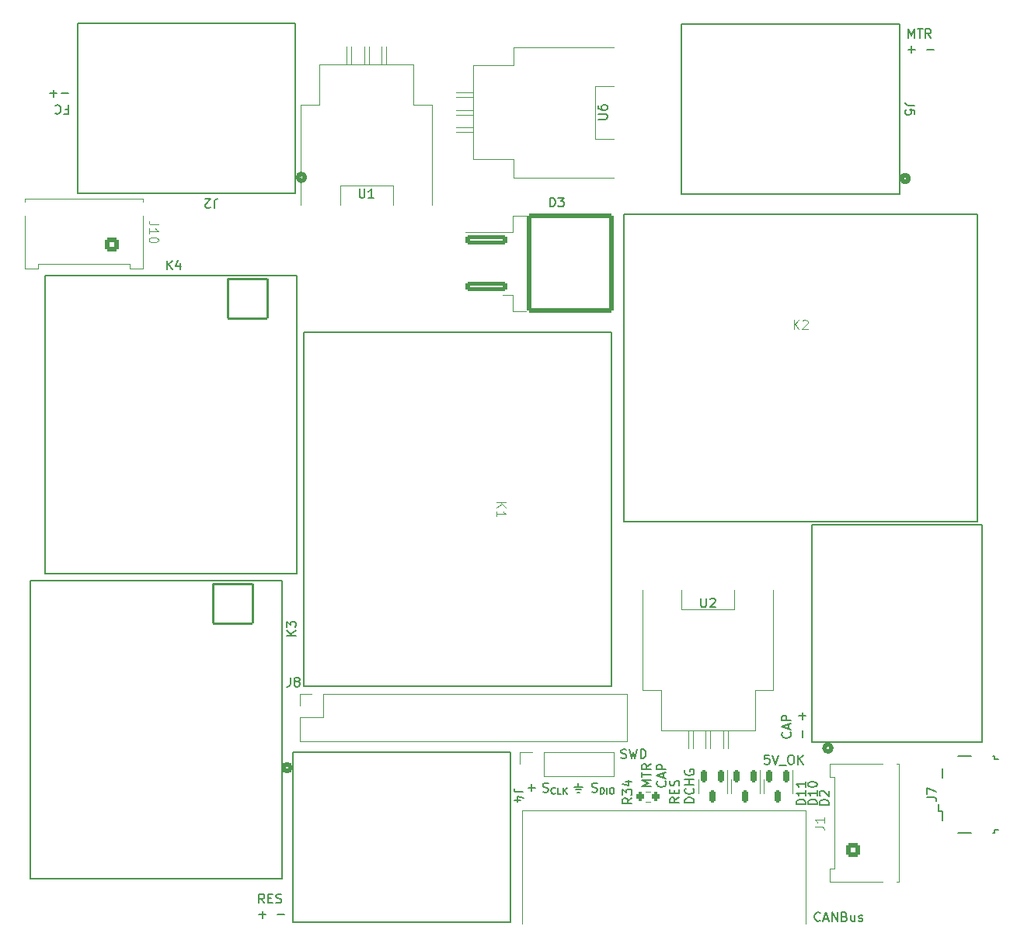
<source format=gto>
G04 #@! TF.GenerationSoftware,KiCad,Pcbnew,7.0.2*
G04 #@! TF.CreationDate,2023-11-12T14:42:30-07:00*
G04 #@! TF.ProjectId,Relay_Board_Lucy_V1,52656c61-795f-4426-9f61-72645f4c7563,V1.0*
G04 #@! TF.SameCoordinates,Original*
G04 #@! TF.FileFunction,Legend,Top*
G04 #@! TF.FilePolarity,Positive*
%FSLAX46Y46*%
G04 Gerber Fmt 4.6, Leading zero omitted, Abs format (unit mm)*
G04 Created by KiCad (PCBNEW 7.0.2) date 2023-11-12 14:42:30*
%MOMM*%
%LPD*%
G01*
G04 APERTURE LIST*
G04 Aperture macros list*
%AMRoundRect*
0 Rectangle with rounded corners*
0 $1 Rounding radius*
0 $2 $3 $4 $5 $6 $7 $8 $9 X,Y pos of 4 corners*
0 Add a 4 corners polygon primitive as box body*
4,1,4,$2,$3,$4,$5,$6,$7,$8,$9,$2,$3,0*
0 Add four circle primitives for the rounded corners*
1,1,$1+$1,$2,$3*
1,1,$1+$1,$4,$5*
1,1,$1+$1,$6,$7*
1,1,$1+$1,$8,$9*
0 Add four rect primitives between the rounded corners*
20,1,$1+$1,$2,$3,$4,$5,0*
20,1,$1+$1,$4,$5,$6,$7,0*
20,1,$1+$1,$6,$7,$8,$9,0*
20,1,$1+$1,$8,$9,$2,$3,0*%
G04 Aperture macros list end*
%ADD10C,0.150000*%
%ADD11C,0.100000*%
%ADD12C,0.120000*%
%ADD13C,0.127000*%
%ADD14C,0.152400*%
%ADD15C,0.508000*%
%ADD16RoundRect,0.250000X-2.050000X-0.300000X2.050000X-0.300000X2.050000X0.300000X-2.050000X0.300000X0*%
%ADD17RoundRect,0.250002X-4.449998X-5.149998X4.449998X-5.149998X4.449998X5.149998X-4.449998X5.149998X0*%
%ADD18RoundRect,0.102000X-2.159000X-2.159000X2.159000X-2.159000X2.159000X2.159000X-2.159000X2.159000X0*%
%ADD19C,4.522000*%
%ADD20C,2.744000*%
%ADD21C,2.209800*%
%ADD22RoundRect,0.200000X0.200000X0.275000X-0.200000X0.275000X-0.200000X-0.275000X0.200000X-0.275000X0*%
%ADD23O,0.800000X0.800000*%
%ADD24R,1.300000X0.450000*%
%ADD25O,1.800000X1.150000*%
%ADD26O,2.000000X1.450000*%
%ADD27R,1.700000X1.700000*%
%ADD28O,1.700000X1.700000*%
%ADD29C,1.000000*%
%ADD30RoundRect,0.250001X0.499999X0.499999X-0.499999X0.499999X-0.499999X-0.499999X0.499999X-0.499999X0*%
%ADD31C,1.500000*%
%ADD32C,3.200000*%
%ADD33RoundRect,0.150000X-0.150000X0.512500X-0.150000X-0.512500X0.150000X-0.512500X0.150000X0.512500X0*%
%ADD34O,7.500000X2.300000*%
%ADD35C,3.000000*%
%ADD36O,2.300000X7.500000*%
%ADD37R,1.500000X1.500000*%
%ADD38C,0.800000*%
%ADD39O,9.000000X6.000000*%
%ADD40RoundRect,0.250001X0.499999X-0.499999X0.499999X0.499999X-0.499999X0.499999X-0.499999X-0.499999X0*%
%ADD41O,6.000000X9.000000*%
%ADD42C,4.000000*%
%ADD43R,1.600000X1.600000*%
%ADD44C,1.600000*%
G04 APERTURE END LIST*
D10*
X144589476Y-137625000D02*
X144732333Y-137672619D01*
X144732333Y-137672619D02*
X144970428Y-137672619D01*
X144970428Y-137672619D02*
X145065666Y-137625000D01*
X145065666Y-137625000D02*
X145113285Y-137577380D01*
X145113285Y-137577380D02*
X145160904Y-137482142D01*
X145160904Y-137482142D02*
X145160904Y-137386904D01*
X145160904Y-137386904D02*
X145113285Y-137291666D01*
X145113285Y-137291666D02*
X145065666Y-137244047D01*
X145065666Y-137244047D02*
X144970428Y-137196428D01*
X144970428Y-137196428D02*
X144779952Y-137148809D01*
X144779952Y-137148809D02*
X144684714Y-137101190D01*
X144684714Y-137101190D02*
X144637095Y-137053571D01*
X144637095Y-137053571D02*
X144589476Y-136958333D01*
X144589476Y-136958333D02*
X144589476Y-136863095D01*
X144589476Y-136863095D02*
X144637095Y-136767857D01*
X144637095Y-136767857D02*
X144684714Y-136720238D01*
X144684714Y-136720238D02*
X144779952Y-136672619D01*
X144779952Y-136672619D02*
X145018047Y-136672619D01*
X145018047Y-136672619D02*
X145160904Y-136720238D01*
X145918047Y-137801666D02*
X145884714Y-137835000D01*
X145884714Y-137835000D02*
X145784714Y-137868333D01*
X145784714Y-137868333D02*
X145718047Y-137868333D01*
X145718047Y-137868333D02*
X145618047Y-137835000D01*
X145618047Y-137835000D02*
X145551381Y-137768333D01*
X145551381Y-137768333D02*
X145518047Y-137701666D01*
X145518047Y-137701666D02*
X145484714Y-137568333D01*
X145484714Y-137568333D02*
X145484714Y-137468333D01*
X145484714Y-137468333D02*
X145518047Y-137335000D01*
X145518047Y-137335000D02*
X145551381Y-137268333D01*
X145551381Y-137268333D02*
X145618047Y-137201666D01*
X145618047Y-137201666D02*
X145718047Y-137168333D01*
X145718047Y-137168333D02*
X145784714Y-137168333D01*
X145784714Y-137168333D02*
X145884714Y-137201666D01*
X145884714Y-137201666D02*
X145918047Y-137235000D01*
X146551381Y-137868333D02*
X146218047Y-137868333D01*
X146218047Y-137868333D02*
X146218047Y-137168333D01*
X146784714Y-137868333D02*
X146784714Y-137168333D01*
X147184714Y-137868333D02*
X146884714Y-137468333D01*
X147184714Y-137168333D02*
X146784714Y-137568333D01*
X156372619Y-137048904D02*
X155372619Y-137048904D01*
X155372619Y-137048904D02*
X156086904Y-136715571D01*
X156086904Y-136715571D02*
X155372619Y-136382238D01*
X155372619Y-136382238D02*
X156372619Y-136382238D01*
X155372619Y-136048904D02*
X155372619Y-135477476D01*
X156372619Y-135763190D02*
X155372619Y-135763190D01*
X156372619Y-134572714D02*
X155896428Y-134906047D01*
X156372619Y-135144142D02*
X155372619Y-135144142D01*
X155372619Y-135144142D02*
X155372619Y-134763190D01*
X155372619Y-134763190D02*
X155420238Y-134667952D01*
X155420238Y-134667952D02*
X155467857Y-134620333D01*
X155467857Y-134620333D02*
X155563095Y-134572714D01*
X155563095Y-134572714D02*
X155705952Y-134572714D01*
X155705952Y-134572714D02*
X155801190Y-134620333D01*
X155801190Y-134620333D02*
X155848809Y-134667952D01*
X155848809Y-134667952D02*
X155896428Y-134763190D01*
X155896428Y-134763190D02*
X155896428Y-135144142D01*
X157897380Y-136477476D02*
X157945000Y-136525095D01*
X157945000Y-136525095D02*
X157992619Y-136667952D01*
X157992619Y-136667952D02*
X157992619Y-136763190D01*
X157992619Y-136763190D02*
X157945000Y-136906047D01*
X157945000Y-136906047D02*
X157849761Y-137001285D01*
X157849761Y-137001285D02*
X157754523Y-137048904D01*
X157754523Y-137048904D02*
X157564047Y-137096523D01*
X157564047Y-137096523D02*
X157421190Y-137096523D01*
X157421190Y-137096523D02*
X157230714Y-137048904D01*
X157230714Y-137048904D02*
X157135476Y-137001285D01*
X157135476Y-137001285D02*
X157040238Y-136906047D01*
X157040238Y-136906047D02*
X156992619Y-136763190D01*
X156992619Y-136763190D02*
X156992619Y-136667952D01*
X156992619Y-136667952D02*
X157040238Y-136525095D01*
X157040238Y-136525095D02*
X157087857Y-136477476D01*
X157706904Y-136096523D02*
X157706904Y-135620333D01*
X157992619Y-136191761D02*
X156992619Y-135858428D01*
X156992619Y-135858428D02*
X157992619Y-135525095D01*
X157992619Y-135191761D02*
X156992619Y-135191761D01*
X156992619Y-135191761D02*
X156992619Y-134810809D01*
X156992619Y-134810809D02*
X157040238Y-134715571D01*
X157040238Y-134715571D02*
X157087857Y-134667952D01*
X157087857Y-134667952D02*
X157183095Y-134620333D01*
X157183095Y-134620333D02*
X157325952Y-134620333D01*
X157325952Y-134620333D02*
X157421190Y-134667952D01*
X157421190Y-134667952D02*
X157468809Y-134715571D01*
X157468809Y-134715571D02*
X157516428Y-134810809D01*
X157516428Y-134810809D02*
X157516428Y-135191761D01*
X114220523Y-149768619D02*
X113887190Y-149292428D01*
X113649095Y-149768619D02*
X113649095Y-148768619D01*
X113649095Y-148768619D02*
X114030047Y-148768619D01*
X114030047Y-148768619D02*
X114125285Y-148816238D01*
X114125285Y-148816238D02*
X114172904Y-148863857D01*
X114172904Y-148863857D02*
X114220523Y-148959095D01*
X114220523Y-148959095D02*
X114220523Y-149101952D01*
X114220523Y-149101952D02*
X114172904Y-149197190D01*
X114172904Y-149197190D02*
X114125285Y-149244809D01*
X114125285Y-149244809D02*
X114030047Y-149292428D01*
X114030047Y-149292428D02*
X113649095Y-149292428D01*
X114649095Y-149244809D02*
X114982428Y-149244809D01*
X115125285Y-149768619D02*
X114649095Y-149768619D01*
X114649095Y-149768619D02*
X114649095Y-148768619D01*
X114649095Y-148768619D02*
X115125285Y-148768619D01*
X115506238Y-149721000D02*
X115649095Y-149768619D01*
X115649095Y-149768619D02*
X115887190Y-149768619D01*
X115887190Y-149768619D02*
X115982428Y-149721000D01*
X115982428Y-149721000D02*
X116030047Y-149673380D01*
X116030047Y-149673380D02*
X116077666Y-149578142D01*
X116077666Y-149578142D02*
X116077666Y-149482904D01*
X116077666Y-149482904D02*
X116030047Y-149387666D01*
X116030047Y-149387666D02*
X115982428Y-149340047D01*
X115982428Y-149340047D02*
X115887190Y-149292428D01*
X115887190Y-149292428D02*
X115696714Y-149244809D01*
X115696714Y-149244809D02*
X115601476Y-149197190D01*
X115601476Y-149197190D02*
X115553857Y-149149571D01*
X115553857Y-149149571D02*
X115506238Y-149054333D01*
X115506238Y-149054333D02*
X115506238Y-148959095D01*
X115506238Y-148959095D02*
X115553857Y-148863857D01*
X115553857Y-148863857D02*
X115601476Y-148816238D01*
X115601476Y-148816238D02*
X115696714Y-148768619D01*
X115696714Y-148768619D02*
X115934809Y-148768619D01*
X115934809Y-148768619D02*
X116077666Y-148816238D01*
X113649095Y-151007666D02*
X114411000Y-151007666D01*
X114030047Y-151388619D02*
X114030047Y-150626714D01*
X115649095Y-151007666D02*
X116411000Y-151007666D01*
X171517380Y-131143476D02*
X171565000Y-131191095D01*
X171565000Y-131191095D02*
X171612619Y-131333952D01*
X171612619Y-131333952D02*
X171612619Y-131429190D01*
X171612619Y-131429190D02*
X171565000Y-131572047D01*
X171565000Y-131572047D02*
X171469761Y-131667285D01*
X171469761Y-131667285D02*
X171374523Y-131714904D01*
X171374523Y-131714904D02*
X171184047Y-131762523D01*
X171184047Y-131762523D02*
X171041190Y-131762523D01*
X171041190Y-131762523D02*
X170850714Y-131714904D01*
X170850714Y-131714904D02*
X170755476Y-131667285D01*
X170755476Y-131667285D02*
X170660238Y-131572047D01*
X170660238Y-131572047D02*
X170612619Y-131429190D01*
X170612619Y-131429190D02*
X170612619Y-131333952D01*
X170612619Y-131333952D02*
X170660238Y-131191095D01*
X170660238Y-131191095D02*
X170707857Y-131143476D01*
X171326904Y-130762523D02*
X171326904Y-130286333D01*
X171612619Y-130857761D02*
X170612619Y-130524428D01*
X170612619Y-130524428D02*
X171612619Y-130191095D01*
X171612619Y-129857761D02*
X170612619Y-129857761D01*
X170612619Y-129857761D02*
X170612619Y-129476809D01*
X170612619Y-129476809D02*
X170660238Y-129381571D01*
X170660238Y-129381571D02*
X170707857Y-129333952D01*
X170707857Y-129333952D02*
X170803095Y-129286333D01*
X170803095Y-129286333D02*
X170945952Y-129286333D01*
X170945952Y-129286333D02*
X171041190Y-129333952D01*
X171041190Y-129333952D02*
X171088809Y-129381571D01*
X171088809Y-129381571D02*
X171136428Y-129476809D01*
X171136428Y-129476809D02*
X171136428Y-129857761D01*
X172851666Y-131714904D02*
X172851666Y-130953000D01*
X172851666Y-129714904D02*
X172851666Y-128953000D01*
X173232619Y-129333952D02*
X172470714Y-129333952D01*
X92519571Y-63226190D02*
X92852904Y-63226190D01*
X92852904Y-62702380D02*
X92852904Y-63702380D01*
X92852904Y-63702380D02*
X92376714Y-63702380D01*
X91424333Y-62797619D02*
X91471952Y-62750000D01*
X91471952Y-62750000D02*
X91614809Y-62702380D01*
X91614809Y-62702380D02*
X91710047Y-62702380D01*
X91710047Y-62702380D02*
X91852904Y-62750000D01*
X91852904Y-62750000D02*
X91948142Y-62845238D01*
X91948142Y-62845238D02*
X91995761Y-62940476D01*
X91995761Y-62940476D02*
X92043380Y-63130952D01*
X92043380Y-63130952D02*
X92043380Y-63273809D01*
X92043380Y-63273809D02*
X91995761Y-63464285D01*
X91995761Y-63464285D02*
X91948142Y-63559523D01*
X91948142Y-63559523D02*
X91852904Y-63654761D01*
X91852904Y-63654761D02*
X91710047Y-63702380D01*
X91710047Y-63702380D02*
X91614809Y-63702380D01*
X91614809Y-63702380D02*
X91471952Y-63654761D01*
X91471952Y-63654761D02*
X91424333Y-63607142D01*
X92852904Y-61463333D02*
X92091000Y-61463333D01*
X91614809Y-61463333D02*
X90852905Y-61463333D01*
X91233857Y-61082380D02*
X91233857Y-61844285D01*
X169243285Y-133624619D02*
X168767095Y-133624619D01*
X168767095Y-133624619D02*
X168719476Y-134100809D01*
X168719476Y-134100809D02*
X168767095Y-134053190D01*
X168767095Y-134053190D02*
X168862333Y-134005571D01*
X168862333Y-134005571D02*
X169100428Y-134005571D01*
X169100428Y-134005571D02*
X169195666Y-134053190D01*
X169195666Y-134053190D02*
X169243285Y-134100809D01*
X169243285Y-134100809D02*
X169290904Y-134196047D01*
X169290904Y-134196047D02*
X169290904Y-134434142D01*
X169290904Y-134434142D02*
X169243285Y-134529380D01*
X169243285Y-134529380D02*
X169195666Y-134577000D01*
X169195666Y-134577000D02*
X169100428Y-134624619D01*
X169100428Y-134624619D02*
X168862333Y-134624619D01*
X168862333Y-134624619D02*
X168767095Y-134577000D01*
X168767095Y-134577000D02*
X168719476Y-134529380D01*
X169576619Y-133624619D02*
X169909952Y-134624619D01*
X169909952Y-134624619D02*
X170243285Y-133624619D01*
X170338524Y-134719857D02*
X171100428Y-134719857D01*
X171529000Y-133624619D02*
X171719476Y-133624619D01*
X171719476Y-133624619D02*
X171814714Y-133672238D01*
X171814714Y-133672238D02*
X171909952Y-133767476D01*
X171909952Y-133767476D02*
X171957571Y-133957952D01*
X171957571Y-133957952D02*
X171957571Y-134291285D01*
X171957571Y-134291285D02*
X171909952Y-134481761D01*
X171909952Y-134481761D02*
X171814714Y-134577000D01*
X171814714Y-134577000D02*
X171719476Y-134624619D01*
X171719476Y-134624619D02*
X171529000Y-134624619D01*
X171529000Y-134624619D02*
X171433762Y-134577000D01*
X171433762Y-134577000D02*
X171338524Y-134481761D01*
X171338524Y-134481761D02*
X171290905Y-134291285D01*
X171290905Y-134291285D02*
X171290905Y-133957952D01*
X171290905Y-133957952D02*
X171338524Y-133767476D01*
X171338524Y-133767476D02*
X171433762Y-133672238D01*
X171433762Y-133672238D02*
X171529000Y-133624619D01*
X172386143Y-134624619D02*
X172386143Y-133624619D01*
X172957571Y-134624619D02*
X172529000Y-134053190D01*
X172957571Y-133624619D02*
X172386143Y-134196047D01*
X184388095Y-55407619D02*
X184388095Y-54407619D01*
X184388095Y-54407619D02*
X184721428Y-55121904D01*
X184721428Y-55121904D02*
X185054761Y-54407619D01*
X185054761Y-54407619D02*
X185054761Y-55407619D01*
X185388095Y-54407619D02*
X185959523Y-54407619D01*
X185673809Y-55407619D02*
X185673809Y-54407619D01*
X186864285Y-55407619D02*
X186530952Y-54931428D01*
X186292857Y-55407619D02*
X186292857Y-54407619D01*
X186292857Y-54407619D02*
X186673809Y-54407619D01*
X186673809Y-54407619D02*
X186769047Y-54455238D01*
X186769047Y-54455238D02*
X186816666Y-54502857D01*
X186816666Y-54502857D02*
X186864285Y-54598095D01*
X186864285Y-54598095D02*
X186864285Y-54740952D01*
X186864285Y-54740952D02*
X186816666Y-54836190D01*
X186816666Y-54836190D02*
X186769047Y-54883809D01*
X186769047Y-54883809D02*
X186673809Y-54931428D01*
X186673809Y-54931428D02*
X186292857Y-54931428D01*
X184388095Y-56646666D02*
X185150000Y-56646666D01*
X184769047Y-57027619D02*
X184769047Y-56265714D01*
X186388095Y-56646666D02*
X187150000Y-56646666D01*
X153098476Y-133942000D02*
X153241333Y-133989619D01*
X153241333Y-133989619D02*
X153479428Y-133989619D01*
X153479428Y-133989619D02*
X153574666Y-133942000D01*
X153574666Y-133942000D02*
X153622285Y-133894380D01*
X153622285Y-133894380D02*
X153669904Y-133799142D01*
X153669904Y-133799142D02*
X153669904Y-133703904D01*
X153669904Y-133703904D02*
X153622285Y-133608666D01*
X153622285Y-133608666D02*
X153574666Y-133561047D01*
X153574666Y-133561047D02*
X153479428Y-133513428D01*
X153479428Y-133513428D02*
X153288952Y-133465809D01*
X153288952Y-133465809D02*
X153193714Y-133418190D01*
X153193714Y-133418190D02*
X153146095Y-133370571D01*
X153146095Y-133370571D02*
X153098476Y-133275333D01*
X153098476Y-133275333D02*
X153098476Y-133180095D01*
X153098476Y-133180095D02*
X153146095Y-133084857D01*
X153146095Y-133084857D02*
X153193714Y-133037238D01*
X153193714Y-133037238D02*
X153288952Y-132989619D01*
X153288952Y-132989619D02*
X153527047Y-132989619D01*
X153527047Y-132989619D02*
X153669904Y-133037238D01*
X154003238Y-132989619D02*
X154241333Y-133989619D01*
X154241333Y-133989619D02*
X154431809Y-133275333D01*
X154431809Y-133275333D02*
X154622285Y-133989619D01*
X154622285Y-133989619D02*
X154860381Y-132989619D01*
X155241333Y-133989619D02*
X155241333Y-132989619D01*
X155241333Y-132989619D02*
X155479428Y-132989619D01*
X155479428Y-132989619D02*
X155622285Y-133037238D01*
X155622285Y-133037238D02*
X155717523Y-133132476D01*
X155717523Y-133132476D02*
X155765142Y-133227714D01*
X155765142Y-133227714D02*
X155812761Y-133418190D01*
X155812761Y-133418190D02*
X155812761Y-133561047D01*
X155812761Y-133561047D02*
X155765142Y-133751523D01*
X155765142Y-133751523D02*
X155717523Y-133846761D01*
X155717523Y-133846761D02*
X155622285Y-133942000D01*
X155622285Y-133942000D02*
X155479428Y-133989619D01*
X155479428Y-133989619D02*
X155241333Y-133989619D01*
X149923476Y-137625000D02*
X150066333Y-137672619D01*
X150066333Y-137672619D02*
X150304428Y-137672619D01*
X150304428Y-137672619D02*
X150399666Y-137625000D01*
X150399666Y-137625000D02*
X150447285Y-137577380D01*
X150447285Y-137577380D02*
X150494904Y-137482142D01*
X150494904Y-137482142D02*
X150494904Y-137386904D01*
X150494904Y-137386904D02*
X150447285Y-137291666D01*
X150447285Y-137291666D02*
X150399666Y-137244047D01*
X150399666Y-137244047D02*
X150304428Y-137196428D01*
X150304428Y-137196428D02*
X150113952Y-137148809D01*
X150113952Y-137148809D02*
X150018714Y-137101190D01*
X150018714Y-137101190D02*
X149971095Y-137053571D01*
X149971095Y-137053571D02*
X149923476Y-136958333D01*
X149923476Y-136958333D02*
X149923476Y-136863095D01*
X149923476Y-136863095D02*
X149971095Y-136767857D01*
X149971095Y-136767857D02*
X150018714Y-136720238D01*
X150018714Y-136720238D02*
X150113952Y-136672619D01*
X150113952Y-136672619D02*
X150352047Y-136672619D01*
X150352047Y-136672619D02*
X150494904Y-136720238D01*
X150852047Y-137868333D02*
X150852047Y-137168333D01*
X150852047Y-137168333D02*
X151018714Y-137168333D01*
X151018714Y-137168333D02*
X151118714Y-137201666D01*
X151118714Y-137201666D02*
X151185381Y-137268333D01*
X151185381Y-137268333D02*
X151218714Y-137335000D01*
X151218714Y-137335000D02*
X151252047Y-137468333D01*
X151252047Y-137468333D02*
X151252047Y-137568333D01*
X151252047Y-137568333D02*
X151218714Y-137701666D01*
X151218714Y-137701666D02*
X151185381Y-137768333D01*
X151185381Y-137768333D02*
X151118714Y-137835000D01*
X151118714Y-137835000D02*
X151018714Y-137868333D01*
X151018714Y-137868333D02*
X150852047Y-137868333D01*
X151552047Y-137868333D02*
X151552047Y-137168333D01*
X152018714Y-137168333D02*
X152152047Y-137168333D01*
X152152047Y-137168333D02*
X152218714Y-137201666D01*
X152218714Y-137201666D02*
X152285380Y-137268333D01*
X152285380Y-137268333D02*
X152318714Y-137401666D01*
X152318714Y-137401666D02*
X152318714Y-137635000D01*
X152318714Y-137635000D02*
X152285380Y-137768333D01*
X152285380Y-137768333D02*
X152218714Y-137835000D01*
X152218714Y-137835000D02*
X152152047Y-137868333D01*
X152152047Y-137868333D02*
X152018714Y-137868333D01*
X152018714Y-137868333D02*
X151952047Y-137835000D01*
X151952047Y-137835000D02*
X151885380Y-137768333D01*
X151885380Y-137768333D02*
X151852047Y-137635000D01*
X151852047Y-137635000D02*
X151852047Y-137401666D01*
X151852047Y-137401666D02*
X151885380Y-137268333D01*
X151885380Y-137268333D02*
X151952047Y-137201666D01*
X151952047Y-137201666D02*
X152018714Y-137168333D01*
X147970857Y-137101190D02*
X148923238Y-137101190D01*
X148161333Y-137386904D02*
X148732761Y-137386904D01*
X148447047Y-136672619D02*
X148447047Y-137101190D01*
X148542285Y-137672619D02*
X148351809Y-137672619D01*
X159420619Y-138255476D02*
X158944428Y-138588809D01*
X159420619Y-138826904D02*
X158420619Y-138826904D01*
X158420619Y-138826904D02*
X158420619Y-138445952D01*
X158420619Y-138445952D02*
X158468238Y-138350714D01*
X158468238Y-138350714D02*
X158515857Y-138303095D01*
X158515857Y-138303095D02*
X158611095Y-138255476D01*
X158611095Y-138255476D02*
X158753952Y-138255476D01*
X158753952Y-138255476D02*
X158849190Y-138303095D01*
X158849190Y-138303095D02*
X158896809Y-138350714D01*
X158896809Y-138350714D02*
X158944428Y-138445952D01*
X158944428Y-138445952D02*
X158944428Y-138826904D01*
X158896809Y-137826904D02*
X158896809Y-137493571D01*
X159420619Y-137350714D02*
X159420619Y-137826904D01*
X159420619Y-137826904D02*
X158420619Y-137826904D01*
X158420619Y-137826904D02*
X158420619Y-137350714D01*
X159373000Y-136969761D02*
X159420619Y-136826904D01*
X159420619Y-136826904D02*
X159420619Y-136588809D01*
X159420619Y-136588809D02*
X159373000Y-136493571D01*
X159373000Y-136493571D02*
X159325380Y-136445952D01*
X159325380Y-136445952D02*
X159230142Y-136398333D01*
X159230142Y-136398333D02*
X159134904Y-136398333D01*
X159134904Y-136398333D02*
X159039666Y-136445952D01*
X159039666Y-136445952D02*
X158992047Y-136493571D01*
X158992047Y-136493571D02*
X158944428Y-136588809D01*
X158944428Y-136588809D02*
X158896809Y-136779285D01*
X158896809Y-136779285D02*
X158849190Y-136874523D01*
X158849190Y-136874523D02*
X158801571Y-136922142D01*
X158801571Y-136922142D02*
X158706333Y-136969761D01*
X158706333Y-136969761D02*
X158611095Y-136969761D01*
X158611095Y-136969761D02*
X158515857Y-136922142D01*
X158515857Y-136922142D02*
X158468238Y-136874523D01*
X158468238Y-136874523D02*
X158420619Y-136779285D01*
X158420619Y-136779285D02*
X158420619Y-136541190D01*
X158420619Y-136541190D02*
X158468238Y-136398333D01*
X161040619Y-138826904D02*
X160040619Y-138826904D01*
X160040619Y-138826904D02*
X160040619Y-138588809D01*
X160040619Y-138588809D02*
X160088238Y-138445952D01*
X160088238Y-138445952D02*
X160183476Y-138350714D01*
X160183476Y-138350714D02*
X160278714Y-138303095D01*
X160278714Y-138303095D02*
X160469190Y-138255476D01*
X160469190Y-138255476D02*
X160612047Y-138255476D01*
X160612047Y-138255476D02*
X160802523Y-138303095D01*
X160802523Y-138303095D02*
X160897761Y-138350714D01*
X160897761Y-138350714D02*
X160993000Y-138445952D01*
X160993000Y-138445952D02*
X161040619Y-138588809D01*
X161040619Y-138588809D02*
X161040619Y-138826904D01*
X160945380Y-137255476D02*
X160993000Y-137303095D01*
X160993000Y-137303095D02*
X161040619Y-137445952D01*
X161040619Y-137445952D02*
X161040619Y-137541190D01*
X161040619Y-137541190D02*
X160993000Y-137684047D01*
X160993000Y-137684047D02*
X160897761Y-137779285D01*
X160897761Y-137779285D02*
X160802523Y-137826904D01*
X160802523Y-137826904D02*
X160612047Y-137874523D01*
X160612047Y-137874523D02*
X160469190Y-137874523D01*
X160469190Y-137874523D02*
X160278714Y-137826904D01*
X160278714Y-137826904D02*
X160183476Y-137779285D01*
X160183476Y-137779285D02*
X160088238Y-137684047D01*
X160088238Y-137684047D02*
X160040619Y-137541190D01*
X160040619Y-137541190D02*
X160040619Y-137445952D01*
X160040619Y-137445952D02*
X160088238Y-137303095D01*
X160088238Y-137303095D02*
X160135857Y-137255476D01*
X161040619Y-136826904D02*
X160040619Y-136826904D01*
X160516809Y-136826904D02*
X160516809Y-136255476D01*
X161040619Y-136255476D02*
X160040619Y-136255476D01*
X160088238Y-135255476D02*
X160040619Y-135350714D01*
X160040619Y-135350714D02*
X160040619Y-135493571D01*
X160040619Y-135493571D02*
X160088238Y-135636428D01*
X160088238Y-135636428D02*
X160183476Y-135731666D01*
X160183476Y-135731666D02*
X160278714Y-135779285D01*
X160278714Y-135779285D02*
X160469190Y-135826904D01*
X160469190Y-135826904D02*
X160612047Y-135826904D01*
X160612047Y-135826904D02*
X160802523Y-135779285D01*
X160802523Y-135779285D02*
X160897761Y-135731666D01*
X160897761Y-135731666D02*
X160993000Y-135636428D01*
X160993000Y-135636428D02*
X161040619Y-135493571D01*
X161040619Y-135493571D02*
X161040619Y-135398333D01*
X161040619Y-135398333D02*
X160993000Y-135255476D01*
X160993000Y-135255476D02*
X160945380Y-135207857D01*
X160945380Y-135207857D02*
X160612047Y-135207857D01*
X160612047Y-135207857D02*
X160612047Y-135398333D01*
X174799523Y-151674380D02*
X174751904Y-151722000D01*
X174751904Y-151722000D02*
X174609047Y-151769619D01*
X174609047Y-151769619D02*
X174513809Y-151769619D01*
X174513809Y-151769619D02*
X174370952Y-151722000D01*
X174370952Y-151722000D02*
X174275714Y-151626761D01*
X174275714Y-151626761D02*
X174228095Y-151531523D01*
X174228095Y-151531523D02*
X174180476Y-151341047D01*
X174180476Y-151341047D02*
X174180476Y-151198190D01*
X174180476Y-151198190D02*
X174228095Y-151007714D01*
X174228095Y-151007714D02*
X174275714Y-150912476D01*
X174275714Y-150912476D02*
X174370952Y-150817238D01*
X174370952Y-150817238D02*
X174513809Y-150769619D01*
X174513809Y-150769619D02*
X174609047Y-150769619D01*
X174609047Y-150769619D02*
X174751904Y-150817238D01*
X174751904Y-150817238D02*
X174799523Y-150864857D01*
X175180476Y-151483904D02*
X175656666Y-151483904D01*
X175085238Y-151769619D02*
X175418571Y-150769619D01*
X175418571Y-150769619D02*
X175751904Y-151769619D01*
X176085238Y-151769619D02*
X176085238Y-150769619D01*
X176085238Y-150769619D02*
X176656666Y-151769619D01*
X176656666Y-151769619D02*
X176656666Y-150769619D01*
X177466190Y-151245809D02*
X177609047Y-151293428D01*
X177609047Y-151293428D02*
X177656666Y-151341047D01*
X177656666Y-151341047D02*
X177704285Y-151436285D01*
X177704285Y-151436285D02*
X177704285Y-151579142D01*
X177704285Y-151579142D02*
X177656666Y-151674380D01*
X177656666Y-151674380D02*
X177609047Y-151722000D01*
X177609047Y-151722000D02*
X177513809Y-151769619D01*
X177513809Y-151769619D02*
X177132857Y-151769619D01*
X177132857Y-151769619D02*
X177132857Y-150769619D01*
X177132857Y-150769619D02*
X177466190Y-150769619D01*
X177466190Y-150769619D02*
X177561428Y-150817238D01*
X177561428Y-150817238D02*
X177609047Y-150864857D01*
X177609047Y-150864857D02*
X177656666Y-150960095D01*
X177656666Y-150960095D02*
X177656666Y-151055333D01*
X177656666Y-151055333D02*
X177609047Y-151150571D01*
X177609047Y-151150571D02*
X177561428Y-151198190D01*
X177561428Y-151198190D02*
X177466190Y-151245809D01*
X177466190Y-151245809D02*
X177132857Y-151245809D01*
X178561428Y-151102952D02*
X178561428Y-151769619D01*
X178132857Y-151102952D02*
X178132857Y-151626761D01*
X178132857Y-151626761D02*
X178180476Y-151722000D01*
X178180476Y-151722000D02*
X178275714Y-151769619D01*
X178275714Y-151769619D02*
X178418571Y-151769619D01*
X178418571Y-151769619D02*
X178513809Y-151722000D01*
X178513809Y-151722000D02*
X178561428Y-151674380D01*
X178990000Y-151722000D02*
X179085238Y-151769619D01*
X179085238Y-151769619D02*
X179275714Y-151769619D01*
X179275714Y-151769619D02*
X179370952Y-151722000D01*
X179370952Y-151722000D02*
X179418571Y-151626761D01*
X179418571Y-151626761D02*
X179418571Y-151579142D01*
X179418571Y-151579142D02*
X179370952Y-151483904D01*
X179370952Y-151483904D02*
X179275714Y-151436285D01*
X179275714Y-151436285D02*
X179132857Y-151436285D01*
X179132857Y-151436285D02*
X179037619Y-151388666D01*
X179037619Y-151388666D02*
X178990000Y-151293428D01*
X178990000Y-151293428D02*
X178990000Y-151245809D01*
X178990000Y-151245809D02*
X179037619Y-151150571D01*
X179037619Y-151150571D02*
X179132857Y-151102952D01*
X179132857Y-151102952D02*
X179275714Y-151102952D01*
X179275714Y-151102952D02*
X179370952Y-151150571D01*
X142986095Y-137164666D02*
X143748000Y-137164666D01*
X143367047Y-137545619D02*
X143367047Y-136783714D01*
X145341905Y-73822619D02*
X145341905Y-72822619D01*
X145341905Y-72822619D02*
X145580000Y-72822619D01*
X145580000Y-72822619D02*
X145722857Y-72870238D01*
X145722857Y-72870238D02*
X145818095Y-72965476D01*
X145818095Y-72965476D02*
X145865714Y-73060714D01*
X145865714Y-73060714D02*
X145913333Y-73251190D01*
X145913333Y-73251190D02*
X145913333Y-73394047D01*
X145913333Y-73394047D02*
X145865714Y-73584523D01*
X145865714Y-73584523D02*
X145818095Y-73679761D01*
X145818095Y-73679761D02*
X145722857Y-73775000D01*
X145722857Y-73775000D02*
X145580000Y-73822619D01*
X145580000Y-73822619D02*
X145341905Y-73822619D01*
X146246667Y-72822619D02*
X146865714Y-72822619D01*
X146865714Y-72822619D02*
X146532381Y-73203571D01*
X146532381Y-73203571D02*
X146675238Y-73203571D01*
X146675238Y-73203571D02*
X146770476Y-73251190D01*
X146770476Y-73251190D02*
X146818095Y-73298809D01*
X146818095Y-73298809D02*
X146865714Y-73394047D01*
X146865714Y-73394047D02*
X146865714Y-73632142D01*
X146865714Y-73632142D02*
X146818095Y-73727380D01*
X146818095Y-73727380D02*
X146770476Y-73775000D01*
X146770476Y-73775000D02*
X146675238Y-73822619D01*
X146675238Y-73822619D02*
X146389524Y-73822619D01*
X146389524Y-73822619D02*
X146294286Y-73775000D01*
X146294286Y-73775000D02*
X146246667Y-73727380D01*
X117658598Y-120575899D02*
X116657779Y-120575899D01*
X117658598Y-120004003D02*
X117086701Y-120432925D01*
X116657779Y-120004003D02*
X117229675Y-120575899D01*
X116657779Y-119670396D02*
X116657779Y-119050842D01*
X116657779Y-119050842D02*
X117039043Y-119384448D01*
X117039043Y-119384448D02*
X117039043Y-119241474D01*
X117039043Y-119241474D02*
X117086701Y-119146158D01*
X117086701Y-119146158D02*
X117134359Y-119098500D01*
X117134359Y-119098500D02*
X117229675Y-119050842D01*
X117229675Y-119050842D02*
X117467965Y-119050842D01*
X117467965Y-119050842D02*
X117563281Y-119098500D01*
X117563281Y-119098500D02*
X117610940Y-119146158D01*
X117610940Y-119146158D02*
X117658598Y-119241474D01*
X117658598Y-119241474D02*
X117658598Y-119527422D01*
X117658598Y-119527422D02*
X117610940Y-119622738D01*
X117610940Y-119622738D02*
X117563281Y-119670396D01*
X154259619Y-138310857D02*
X153783428Y-138644190D01*
X154259619Y-138882285D02*
X153259619Y-138882285D01*
X153259619Y-138882285D02*
X153259619Y-138501333D01*
X153259619Y-138501333D02*
X153307238Y-138406095D01*
X153307238Y-138406095D02*
X153354857Y-138358476D01*
X153354857Y-138358476D02*
X153450095Y-138310857D01*
X153450095Y-138310857D02*
X153592952Y-138310857D01*
X153592952Y-138310857D02*
X153688190Y-138358476D01*
X153688190Y-138358476D02*
X153735809Y-138406095D01*
X153735809Y-138406095D02*
X153783428Y-138501333D01*
X153783428Y-138501333D02*
X153783428Y-138882285D01*
X153259619Y-137977523D02*
X153259619Y-137358476D01*
X153259619Y-137358476D02*
X153640571Y-137691809D01*
X153640571Y-137691809D02*
X153640571Y-137548952D01*
X153640571Y-137548952D02*
X153688190Y-137453714D01*
X153688190Y-137453714D02*
X153735809Y-137406095D01*
X153735809Y-137406095D02*
X153831047Y-137358476D01*
X153831047Y-137358476D02*
X154069142Y-137358476D01*
X154069142Y-137358476D02*
X154164380Y-137406095D01*
X154164380Y-137406095D02*
X154212000Y-137453714D01*
X154212000Y-137453714D02*
X154259619Y-137548952D01*
X154259619Y-137548952D02*
X154259619Y-137834666D01*
X154259619Y-137834666D02*
X154212000Y-137929904D01*
X154212000Y-137929904D02*
X154164380Y-137977523D01*
X153592952Y-136501333D02*
X154259619Y-136501333D01*
X153212000Y-136739428D02*
X153926285Y-136977523D01*
X153926285Y-136977523D02*
X153926285Y-136358476D01*
X186462619Y-138255333D02*
X187176904Y-138255333D01*
X187176904Y-138255333D02*
X187319761Y-138302952D01*
X187319761Y-138302952D02*
X187415000Y-138398190D01*
X187415000Y-138398190D02*
X187462619Y-138541047D01*
X187462619Y-138541047D02*
X187462619Y-138636285D01*
X186462619Y-137874380D02*
X186462619Y-137207714D01*
X186462619Y-137207714D02*
X187462619Y-137636285D01*
X117066666Y-125162619D02*
X117066666Y-125876904D01*
X117066666Y-125876904D02*
X117019047Y-126019761D01*
X117019047Y-126019761D02*
X116923809Y-126115000D01*
X116923809Y-126115000D02*
X116780952Y-126162619D01*
X116780952Y-126162619D02*
X116685714Y-126162619D01*
X117685714Y-125591190D02*
X117590476Y-125543571D01*
X117590476Y-125543571D02*
X117542857Y-125495952D01*
X117542857Y-125495952D02*
X117495238Y-125400714D01*
X117495238Y-125400714D02*
X117495238Y-125353095D01*
X117495238Y-125353095D02*
X117542857Y-125257857D01*
X117542857Y-125257857D02*
X117590476Y-125210238D01*
X117590476Y-125210238D02*
X117685714Y-125162619D01*
X117685714Y-125162619D02*
X117876190Y-125162619D01*
X117876190Y-125162619D02*
X117971428Y-125210238D01*
X117971428Y-125210238D02*
X118019047Y-125257857D01*
X118019047Y-125257857D02*
X118066666Y-125353095D01*
X118066666Y-125353095D02*
X118066666Y-125400714D01*
X118066666Y-125400714D02*
X118019047Y-125495952D01*
X118019047Y-125495952D02*
X117971428Y-125543571D01*
X117971428Y-125543571D02*
X117876190Y-125591190D01*
X117876190Y-125591190D02*
X117685714Y-125591190D01*
X117685714Y-125591190D02*
X117590476Y-125638809D01*
X117590476Y-125638809D02*
X117542857Y-125686428D01*
X117542857Y-125686428D02*
X117495238Y-125781666D01*
X117495238Y-125781666D02*
X117495238Y-125972142D01*
X117495238Y-125972142D02*
X117542857Y-126067380D01*
X117542857Y-126067380D02*
X117590476Y-126115000D01*
X117590476Y-126115000D02*
X117685714Y-126162619D01*
X117685714Y-126162619D02*
X117876190Y-126162619D01*
X117876190Y-126162619D02*
X117971428Y-126115000D01*
X117971428Y-126115000D02*
X118019047Y-126067380D01*
X118019047Y-126067380D02*
X118066666Y-125972142D01*
X118066666Y-125972142D02*
X118066666Y-125781666D01*
X118066666Y-125781666D02*
X118019047Y-125686428D01*
X118019047Y-125686428D02*
X117971428Y-125638809D01*
X117971428Y-125638809D02*
X117876190Y-125591190D01*
X142437380Y-137666666D02*
X141723095Y-137666666D01*
X141723095Y-137666666D02*
X141580238Y-137619047D01*
X141580238Y-137619047D02*
X141485000Y-137523809D01*
X141485000Y-137523809D02*
X141437380Y-137380952D01*
X141437380Y-137380952D02*
X141437380Y-137285714D01*
X142104047Y-138571428D02*
X141437380Y-138571428D01*
X142485000Y-138333333D02*
X141770714Y-138095238D01*
X141770714Y-138095238D02*
X141770714Y-138714285D01*
D11*
X102645380Y-75771476D02*
X101931095Y-75771476D01*
X101931095Y-75771476D02*
X101788238Y-75723857D01*
X101788238Y-75723857D02*
X101693000Y-75628619D01*
X101693000Y-75628619D02*
X101645380Y-75485762D01*
X101645380Y-75485762D02*
X101645380Y-75390524D01*
X101645380Y-76771476D02*
X101645380Y-76200048D01*
X101645380Y-76485762D02*
X102645380Y-76485762D01*
X102645380Y-76485762D02*
X102502523Y-76390524D01*
X102502523Y-76390524D02*
X102407285Y-76295286D01*
X102407285Y-76295286D02*
X102359666Y-76200048D01*
X102645380Y-77390524D02*
X102645380Y-77485762D01*
X102645380Y-77485762D02*
X102597761Y-77581000D01*
X102597761Y-77581000D02*
X102550142Y-77628619D01*
X102550142Y-77628619D02*
X102454904Y-77676238D01*
X102454904Y-77676238D02*
X102264428Y-77723857D01*
X102264428Y-77723857D02*
X102026333Y-77723857D01*
X102026333Y-77723857D02*
X101835857Y-77676238D01*
X101835857Y-77676238D02*
X101740619Y-77628619D01*
X101740619Y-77628619D02*
X101693000Y-77581000D01*
X101693000Y-77581000D02*
X101645380Y-77485762D01*
X101645380Y-77485762D02*
X101645380Y-77390524D01*
X101645380Y-77390524D02*
X101693000Y-77295286D01*
X101693000Y-77295286D02*
X101740619Y-77247667D01*
X101740619Y-77247667D02*
X101835857Y-77200048D01*
X101835857Y-77200048D02*
X102026333Y-77152429D01*
X102026333Y-77152429D02*
X102264428Y-77152429D01*
X102264428Y-77152429D02*
X102454904Y-77200048D01*
X102454904Y-77200048D02*
X102550142Y-77247667D01*
X102550142Y-77247667D02*
X102597761Y-77295286D01*
X102597761Y-77295286D02*
X102645380Y-77390524D01*
D10*
X173182619Y-139009285D02*
X172182619Y-139009285D01*
X172182619Y-139009285D02*
X172182619Y-138771190D01*
X172182619Y-138771190D02*
X172230238Y-138628333D01*
X172230238Y-138628333D02*
X172325476Y-138533095D01*
X172325476Y-138533095D02*
X172420714Y-138485476D01*
X172420714Y-138485476D02*
X172611190Y-138437857D01*
X172611190Y-138437857D02*
X172754047Y-138437857D01*
X172754047Y-138437857D02*
X172944523Y-138485476D01*
X172944523Y-138485476D02*
X173039761Y-138533095D01*
X173039761Y-138533095D02*
X173135000Y-138628333D01*
X173135000Y-138628333D02*
X173182619Y-138771190D01*
X173182619Y-138771190D02*
X173182619Y-139009285D01*
X173182619Y-137485476D02*
X173182619Y-138056904D01*
X173182619Y-137771190D02*
X172182619Y-137771190D01*
X172182619Y-137771190D02*
X172325476Y-137866428D01*
X172325476Y-137866428D02*
X172420714Y-137961666D01*
X172420714Y-137961666D02*
X172468333Y-138056904D01*
X173182619Y-136533095D02*
X173182619Y-137104523D01*
X173182619Y-136818809D02*
X172182619Y-136818809D01*
X172182619Y-136818809D02*
X172325476Y-136914047D01*
X172325476Y-136914047D02*
X172420714Y-137009285D01*
X172420714Y-137009285D02*
X172468333Y-137104523D01*
D11*
X171911905Y-87162619D02*
X171911905Y-86162619D01*
X172483333Y-87162619D02*
X172054762Y-86591190D01*
X172483333Y-86162619D02*
X171911905Y-86734047D01*
X172864286Y-86257857D02*
X172911905Y-86210238D01*
X172911905Y-86210238D02*
X173007143Y-86162619D01*
X173007143Y-86162619D02*
X173245238Y-86162619D01*
X173245238Y-86162619D02*
X173340476Y-86210238D01*
X173340476Y-86210238D02*
X173388095Y-86257857D01*
X173388095Y-86257857D02*
X173435714Y-86353095D01*
X173435714Y-86353095D02*
X173435714Y-86448333D01*
X173435714Y-86448333D02*
X173388095Y-86591190D01*
X173388095Y-86591190D02*
X172816667Y-87162619D01*
X172816667Y-87162619D02*
X173435714Y-87162619D01*
X139532380Y-106066905D02*
X140532380Y-106066905D01*
X139532380Y-106638333D02*
X140103809Y-106209762D01*
X140532380Y-106638333D02*
X139960952Y-106066905D01*
X139532380Y-107590714D02*
X139532380Y-107019286D01*
X139532380Y-107305000D02*
X140532380Y-107305000D01*
X140532380Y-107305000D02*
X140389523Y-107209762D01*
X140389523Y-107209762D02*
X140294285Y-107114524D01*
X140294285Y-107114524D02*
X140246666Y-107019286D01*
D10*
X108770733Y-73943279D02*
X108770733Y-73228994D01*
X108770733Y-73228994D02*
X108818352Y-73086137D01*
X108818352Y-73086137D02*
X108913590Y-72990899D01*
X108913590Y-72990899D02*
X109056447Y-72943279D01*
X109056447Y-72943279D02*
X109151685Y-72943279D01*
X108342161Y-73848041D02*
X108294542Y-73895660D01*
X108294542Y-73895660D02*
X108199304Y-73943279D01*
X108199304Y-73943279D02*
X107961209Y-73943279D01*
X107961209Y-73943279D02*
X107865971Y-73895660D01*
X107865971Y-73895660D02*
X107818352Y-73848041D01*
X107818352Y-73848041D02*
X107770733Y-73752803D01*
X107770733Y-73752803D02*
X107770733Y-73657565D01*
X107770733Y-73657565D02*
X107818352Y-73514708D01*
X107818352Y-73514708D02*
X108389780Y-72943279D01*
X108389780Y-72943279D02*
X107770733Y-72943279D01*
X161808095Y-116507619D02*
X161808095Y-117317142D01*
X161808095Y-117317142D02*
X161855714Y-117412380D01*
X161855714Y-117412380D02*
X161903333Y-117460000D01*
X161903333Y-117460000D02*
X161998571Y-117507619D01*
X161998571Y-117507619D02*
X162189047Y-117507619D01*
X162189047Y-117507619D02*
X162284285Y-117460000D01*
X162284285Y-117460000D02*
X162331904Y-117412380D01*
X162331904Y-117412380D02*
X162379523Y-117317142D01*
X162379523Y-117317142D02*
X162379523Y-116507619D01*
X162808095Y-116602857D02*
X162855714Y-116555238D01*
X162855714Y-116555238D02*
X162950952Y-116507619D01*
X162950952Y-116507619D02*
X163189047Y-116507619D01*
X163189047Y-116507619D02*
X163284285Y-116555238D01*
X163284285Y-116555238D02*
X163331904Y-116602857D01*
X163331904Y-116602857D02*
X163379523Y-116698095D01*
X163379523Y-116698095D02*
X163379523Y-116793333D01*
X163379523Y-116793333D02*
X163331904Y-116936190D01*
X163331904Y-116936190D02*
X162760476Y-117507619D01*
X162760476Y-117507619D02*
X163379523Y-117507619D01*
D11*
X174214619Y-141430333D02*
X174928904Y-141430333D01*
X174928904Y-141430333D02*
X175071761Y-141477952D01*
X175071761Y-141477952D02*
X175167000Y-141573190D01*
X175167000Y-141573190D02*
X175214619Y-141716047D01*
X175214619Y-141716047D02*
X175214619Y-141811285D01*
X175214619Y-140430333D02*
X175214619Y-141001761D01*
X175214619Y-140716047D02*
X174214619Y-140716047D01*
X174214619Y-140716047D02*
X174357476Y-140811285D01*
X174357476Y-140811285D02*
X174452714Y-140906523D01*
X174452714Y-140906523D02*
X174500333Y-141001761D01*
D10*
X174452619Y-139009285D02*
X173452619Y-139009285D01*
X173452619Y-139009285D02*
X173452619Y-138771190D01*
X173452619Y-138771190D02*
X173500238Y-138628333D01*
X173500238Y-138628333D02*
X173595476Y-138533095D01*
X173595476Y-138533095D02*
X173690714Y-138485476D01*
X173690714Y-138485476D02*
X173881190Y-138437857D01*
X173881190Y-138437857D02*
X174024047Y-138437857D01*
X174024047Y-138437857D02*
X174214523Y-138485476D01*
X174214523Y-138485476D02*
X174309761Y-138533095D01*
X174309761Y-138533095D02*
X174405000Y-138628333D01*
X174405000Y-138628333D02*
X174452619Y-138771190D01*
X174452619Y-138771190D02*
X174452619Y-139009285D01*
X174452619Y-137485476D02*
X174452619Y-138056904D01*
X174452619Y-137771190D02*
X173452619Y-137771190D01*
X173452619Y-137771190D02*
X173595476Y-137866428D01*
X173595476Y-137866428D02*
X173690714Y-137961666D01*
X173690714Y-137961666D02*
X173738333Y-138056904D01*
X173452619Y-136866428D02*
X173452619Y-136771190D01*
X173452619Y-136771190D02*
X173500238Y-136675952D01*
X173500238Y-136675952D02*
X173547857Y-136628333D01*
X173547857Y-136628333D02*
X173643095Y-136580714D01*
X173643095Y-136580714D02*
X173833571Y-136533095D01*
X173833571Y-136533095D02*
X174071666Y-136533095D01*
X174071666Y-136533095D02*
X174262142Y-136580714D01*
X174262142Y-136580714D02*
X174357380Y-136628333D01*
X174357380Y-136628333D02*
X174405000Y-136675952D01*
X174405000Y-136675952D02*
X174452619Y-136771190D01*
X174452619Y-136771190D02*
X174452619Y-136866428D01*
X174452619Y-136866428D02*
X174405000Y-136961666D01*
X174405000Y-136961666D02*
X174357380Y-137009285D01*
X174357380Y-137009285D02*
X174262142Y-137056904D01*
X174262142Y-137056904D02*
X174071666Y-137104523D01*
X174071666Y-137104523D02*
X173833571Y-137104523D01*
X173833571Y-137104523D02*
X173643095Y-137056904D01*
X173643095Y-137056904D02*
X173547857Y-137009285D01*
X173547857Y-137009285D02*
X173500238Y-136961666D01*
X173500238Y-136961666D02*
X173452619Y-136866428D01*
X175722619Y-139041094D02*
X174722619Y-139041094D01*
X174722619Y-139041094D02*
X174722619Y-138802999D01*
X174722619Y-138802999D02*
X174770238Y-138660142D01*
X174770238Y-138660142D02*
X174865476Y-138564904D01*
X174865476Y-138564904D02*
X174960714Y-138517285D01*
X174960714Y-138517285D02*
X175151190Y-138469666D01*
X175151190Y-138469666D02*
X175294047Y-138469666D01*
X175294047Y-138469666D02*
X175484523Y-138517285D01*
X175484523Y-138517285D02*
X175579761Y-138564904D01*
X175579761Y-138564904D02*
X175675000Y-138660142D01*
X175675000Y-138660142D02*
X175722619Y-138802999D01*
X175722619Y-138802999D02*
X175722619Y-139041094D01*
X174817857Y-138088713D02*
X174770238Y-138041094D01*
X174770238Y-138041094D02*
X174722619Y-137945856D01*
X174722619Y-137945856D02*
X174722619Y-137707761D01*
X174722619Y-137707761D02*
X174770238Y-137612523D01*
X174770238Y-137612523D02*
X174817857Y-137564904D01*
X174817857Y-137564904D02*
X174913095Y-137517285D01*
X174913095Y-137517285D02*
X175008333Y-137517285D01*
X175008333Y-137517285D02*
X175151190Y-137564904D01*
X175151190Y-137564904D02*
X175722619Y-138136332D01*
X175722619Y-138136332D02*
X175722619Y-137517285D01*
X150592619Y-64271904D02*
X151402142Y-64271904D01*
X151402142Y-64271904D02*
X151497380Y-64224285D01*
X151497380Y-64224285D02*
X151545000Y-64176666D01*
X151545000Y-64176666D02*
X151592619Y-64081428D01*
X151592619Y-64081428D02*
X151592619Y-63890952D01*
X151592619Y-63890952D02*
X151545000Y-63795714D01*
X151545000Y-63795714D02*
X151497380Y-63748095D01*
X151497380Y-63748095D02*
X151402142Y-63700476D01*
X151402142Y-63700476D02*
X150592619Y-63700476D01*
X150592619Y-62795714D02*
X150592619Y-62986190D01*
X150592619Y-62986190D02*
X150640238Y-63081428D01*
X150640238Y-63081428D02*
X150687857Y-63129047D01*
X150687857Y-63129047D02*
X150830714Y-63224285D01*
X150830714Y-63224285D02*
X151021190Y-63271904D01*
X151021190Y-63271904D02*
X151402142Y-63271904D01*
X151402142Y-63271904D02*
X151497380Y-63224285D01*
X151497380Y-63224285D02*
X151545000Y-63176666D01*
X151545000Y-63176666D02*
X151592619Y-63081428D01*
X151592619Y-63081428D02*
X151592619Y-62890952D01*
X151592619Y-62890952D02*
X151545000Y-62795714D01*
X151545000Y-62795714D02*
X151497380Y-62748095D01*
X151497380Y-62748095D02*
X151402142Y-62700476D01*
X151402142Y-62700476D02*
X151164047Y-62700476D01*
X151164047Y-62700476D02*
X151068809Y-62748095D01*
X151068809Y-62748095D02*
X151021190Y-62795714D01*
X151021190Y-62795714D02*
X150973571Y-62890952D01*
X150973571Y-62890952D02*
X150973571Y-63081428D01*
X150973571Y-63081428D02*
X151021190Y-63176666D01*
X151021190Y-63176666D02*
X151068809Y-63224285D01*
X151068809Y-63224285D02*
X151164047Y-63271904D01*
X185068380Y-62785666D02*
X184354095Y-62785666D01*
X184354095Y-62785666D02*
X184211238Y-62738047D01*
X184211238Y-62738047D02*
X184116000Y-62642809D01*
X184116000Y-62642809D02*
X184068380Y-62499952D01*
X184068380Y-62499952D02*
X184068380Y-62404714D01*
X185068380Y-63738047D02*
X185068380Y-63261857D01*
X185068380Y-63261857D02*
X184592190Y-63214238D01*
X184592190Y-63214238D02*
X184639809Y-63261857D01*
X184639809Y-63261857D02*
X184687428Y-63357095D01*
X184687428Y-63357095D02*
X184687428Y-63595190D01*
X184687428Y-63595190D02*
X184639809Y-63690428D01*
X184639809Y-63690428D02*
X184592190Y-63738047D01*
X184592190Y-63738047D02*
X184496952Y-63785666D01*
X184496952Y-63785666D02*
X184258857Y-63785666D01*
X184258857Y-63785666D02*
X184163619Y-63738047D01*
X184163619Y-63738047D02*
X184116000Y-63690428D01*
X184116000Y-63690428D02*
X184068380Y-63595190D01*
X184068380Y-63595190D02*
X184068380Y-63357095D01*
X184068380Y-63357095D02*
X184116000Y-63261857D01*
X184116000Y-63261857D02*
X184163619Y-63214238D01*
X103604500Y-80676198D02*
X103604500Y-79675379D01*
X104176396Y-80676198D02*
X103747474Y-80104301D01*
X104176396Y-79675379D02*
X103604500Y-80247275D01*
X105034241Y-80008985D02*
X105034241Y-80676198D01*
X104795951Y-79627721D02*
X104557661Y-80342591D01*
X104557661Y-80342591D02*
X105177215Y-80342591D01*
X124577095Y-71852619D02*
X124577095Y-72662142D01*
X124577095Y-72662142D02*
X124624714Y-72757380D01*
X124624714Y-72757380D02*
X124672333Y-72805000D01*
X124672333Y-72805000D02*
X124767571Y-72852619D01*
X124767571Y-72852619D02*
X124958047Y-72852619D01*
X124958047Y-72852619D02*
X125053285Y-72805000D01*
X125053285Y-72805000D02*
X125100904Y-72757380D01*
X125100904Y-72757380D02*
X125148523Y-72662142D01*
X125148523Y-72662142D02*
X125148523Y-71852619D01*
X126148523Y-72852619D02*
X125577095Y-72852619D01*
X125862809Y-72852619D02*
X125862809Y-71852619D01*
X125862809Y-71852619D02*
X125767571Y-71995476D01*
X125767571Y-71995476D02*
X125672333Y-72090714D01*
X125672333Y-72090714D02*
X125577095Y-72138333D01*
D12*
X141255000Y-74810000D02*
X141255000Y-76620000D01*
X141255000Y-76620000D02*
X136130000Y-76620000D01*
X141255000Y-83400000D02*
X140155000Y-83400000D01*
X141255000Y-85210000D02*
X141255000Y-83400000D01*
X142755000Y-74810000D02*
X141255000Y-74810000D01*
X142755000Y-85210000D02*
X141255000Y-85210000D01*
D13*
X88750000Y-114560000D02*
X88750000Y-147070000D01*
X88750000Y-147070000D02*
X116180000Y-147070000D01*
X116180000Y-114560000D02*
X88750000Y-114560000D01*
X116180000Y-147070000D02*
X116180000Y-114560000D01*
D14*
X173914001Y-132224500D02*
X192456001Y-132224500D01*
X192456001Y-132224500D02*
X192456001Y-108475500D01*
X173914001Y-108475500D02*
X173914001Y-132224500D01*
X192456001Y-108475500D02*
X173914001Y-108475500D01*
D15*
X176022000Y-132859500D02*
G75*
G03*
X176022000Y-132859500I-381000J0D01*
G01*
D12*
X156256258Y-138698500D02*
X155781742Y-138698500D01*
X156256258Y-137653500D02*
X155781742Y-137653500D01*
D10*
X189850000Y-142072000D02*
X191250000Y-142072000D01*
X193650000Y-142072000D02*
X193800000Y-142072000D01*
X193800000Y-142072000D02*
X193800000Y-141772000D01*
X193800000Y-141772000D02*
X194250000Y-141772000D01*
X187675000Y-139722000D02*
X188100000Y-139722000D01*
X188100000Y-139722000D02*
X188100000Y-140722000D01*
X187675000Y-138997000D02*
X187675000Y-139722000D01*
X188100000Y-136122000D02*
X188100000Y-135122000D01*
X193800000Y-134072000D02*
X193800000Y-133772000D01*
X194250000Y-134072000D02*
X193800000Y-134072000D01*
X191250000Y-133772000D02*
X189850000Y-133772000D01*
X193800000Y-133772000D02*
X193650000Y-133772000D01*
D12*
X118060000Y-132140000D02*
X153740000Y-132140000D01*
X118060000Y-132140000D02*
X118060000Y-129540000D01*
X153740000Y-132140000D02*
X153740000Y-126940000D01*
X118060000Y-129540000D02*
X120660000Y-129540000D01*
X120660000Y-129540000D02*
X120660000Y-126940000D01*
X118060000Y-128270000D02*
X118060000Y-126940000D01*
X118060000Y-126940000D02*
X119390000Y-126940000D01*
X120660000Y-126940000D02*
X153740000Y-126940000D01*
X144653000Y-135950000D02*
X152333000Y-135950000D01*
X144653000Y-135950000D02*
X144653000Y-133290000D01*
X152333000Y-135950000D02*
X152333000Y-133290000D01*
X142053000Y-134620000D02*
X142053000Y-133290000D01*
X142053000Y-133290000D02*
X143383000Y-133290000D01*
X144653000Y-133290000D02*
X152333000Y-133290000D01*
D14*
X117330500Y-133274001D02*
X117330500Y-151816001D01*
X117330500Y-151816001D02*
X141079500Y-151816001D01*
X141079500Y-133274001D02*
X117330500Y-133274001D01*
X141079500Y-151816001D02*
X141079500Y-133274001D01*
D15*
X117076500Y-135001000D02*
G75*
G03*
X117076500Y-135001000I-381000J0D01*
G01*
D12*
X101002000Y-80558000D02*
X99582000Y-80558000D01*
X101002000Y-74798000D02*
X101002000Y-80558000D01*
X101002000Y-73278000D02*
X101002000Y-72968000D01*
X101002000Y-72968000D02*
X88132000Y-72968000D01*
X99582000Y-80558000D02*
X99582000Y-80058000D01*
X99582000Y-80058000D02*
X89552000Y-80058000D01*
X89552000Y-80558000D02*
X88132000Y-80558000D01*
X89552000Y-80058000D02*
X89552000Y-80558000D01*
X88132000Y-80558000D02*
X88132000Y-74798000D01*
X88132000Y-72968000D02*
X88132000Y-73278000D01*
X164628000Y-137033000D02*
X164628000Y-135233000D01*
X164628000Y-137033000D02*
X164628000Y-137833000D01*
X161508000Y-137033000D02*
X161508000Y-136233000D01*
X161508000Y-137033000D02*
X161508000Y-137833000D01*
D14*
X153365800Y-74619600D02*
X153365800Y-108173000D01*
X153365800Y-108173000D02*
X191923000Y-108173000D01*
X191923000Y-74619600D02*
X153365800Y-74619600D01*
X191923000Y-108173000D02*
X191923000Y-74619600D01*
X152075400Y-87520800D02*
X118522000Y-87520800D01*
X118522000Y-87520800D02*
X118522000Y-126078000D01*
X152075400Y-126078000D02*
X152075400Y-87520800D01*
X118522000Y-126078000D02*
X152075400Y-126078000D01*
X117619500Y-72338999D02*
X117619500Y-53796999D01*
X117619500Y-53796999D02*
X93870500Y-53796999D01*
X93870500Y-72338999D02*
X117619500Y-72338999D01*
X93870500Y-53796999D02*
X93870500Y-72338999D01*
D15*
X118635500Y-70612000D02*
G75*
G03*
X118635500Y-70612000I-381000J0D01*
G01*
D12*
X155450000Y-126565000D02*
X155450000Y-115645000D01*
X157450000Y-126565000D02*
X155450000Y-126565000D01*
X157450000Y-130965000D02*
X157450000Y-126565000D01*
X159690000Y-117725000D02*
X159690000Y-115645000D01*
X159690000Y-117725000D02*
X165450000Y-117725000D01*
X160405000Y-130965000D02*
X160405000Y-132845000D01*
X160915000Y-130965000D02*
X160915000Y-132845000D01*
X162315000Y-130965000D02*
X162315000Y-132845000D01*
X162825000Y-130965000D02*
X162825000Y-132845000D01*
X164225000Y-130965000D02*
X164225000Y-132845000D01*
X164735000Y-130965000D02*
X164735000Y-132845000D01*
X165450000Y-117725000D02*
X165450000Y-115645000D01*
X167690000Y-126565000D02*
X169690000Y-126565000D01*
X167690000Y-130965000D02*
X157450000Y-130965000D01*
X167690000Y-130965000D02*
X167690000Y-126565000D01*
X169690000Y-126565000D02*
X169690000Y-115645000D01*
X175820000Y-147435000D02*
X175820000Y-146015000D01*
X181580000Y-147435000D02*
X175820000Y-147435000D01*
X183100000Y-147435000D02*
X183410000Y-147435000D01*
X183410000Y-147435000D02*
X183410000Y-134565000D01*
X175820000Y-146015000D02*
X176320000Y-146015000D01*
X176320000Y-146015000D02*
X176320000Y-135985000D01*
X175820000Y-135985000D02*
X175820000Y-134565000D01*
X176320000Y-135985000D02*
X175820000Y-135985000D01*
X175820000Y-134565000D02*
X181580000Y-134565000D01*
X183410000Y-134565000D02*
X183100000Y-134565000D01*
X168184000Y-137033000D02*
X168184000Y-135233000D01*
X168184000Y-137033000D02*
X168184000Y-137833000D01*
X165064000Y-137033000D02*
X165064000Y-136233000D01*
X165064000Y-137033000D02*
X165064000Y-137833000D01*
X171740000Y-137033000D02*
X171740000Y-135233000D01*
X171740000Y-137033000D02*
X171740000Y-137833000D01*
X168620000Y-137033000D02*
X168620000Y-136233000D01*
X168620000Y-137033000D02*
X168620000Y-137833000D01*
X141405000Y-56390000D02*
X152325000Y-56390000D01*
X141405000Y-58390000D02*
X141405000Y-56390000D01*
X137005000Y-58390000D02*
X141405000Y-58390000D01*
X150245000Y-60630000D02*
X152325000Y-60630000D01*
X150245000Y-60630000D02*
X150245000Y-66390000D01*
X137005000Y-61345000D02*
X135125000Y-61345000D01*
X137005000Y-61855000D02*
X135125000Y-61855000D01*
X137005000Y-63255000D02*
X135125000Y-63255000D01*
X137005000Y-63765000D02*
X135125000Y-63765000D01*
X137005000Y-65165000D02*
X135125000Y-65165000D01*
X137005000Y-65675000D02*
X135125000Y-65675000D01*
X150245000Y-66390000D02*
X152325000Y-66390000D01*
X141405000Y-68630000D02*
X141405000Y-70630000D01*
X137005000Y-68630000D02*
X137005000Y-58390000D01*
X137005000Y-68630000D02*
X141405000Y-68630000D01*
X141405000Y-70630000D02*
X152325000Y-70630000D01*
D14*
X183426100Y-72466100D02*
X183426100Y-53924100D01*
X183426100Y-53924100D02*
X159677100Y-53924100D01*
X159677100Y-72466100D02*
X183426100Y-72466100D01*
X159677100Y-53924100D02*
X159677100Y-72466100D01*
D15*
X184442100Y-70739101D02*
G75*
G03*
X184442100Y-70739101I-381000J0D01*
G01*
D13*
X90350000Y-81300000D02*
X90350000Y-113810000D01*
X90350000Y-113810000D02*
X117780000Y-113810000D01*
X117780000Y-81300000D02*
X90350000Y-81300000D01*
X117780000Y-113810000D02*
X117780000Y-81300000D01*
D12*
X142285000Y-139699000D02*
X173255000Y-139699000D01*
X142285000Y-152039000D02*
X142285000Y-139699000D01*
X173255000Y-139699000D02*
X173255000Y-152039000D01*
X132459000Y-62665000D02*
X132459000Y-73585000D01*
X130459000Y-62665000D02*
X132459000Y-62665000D01*
X130459000Y-58265000D02*
X130459000Y-62665000D01*
X128219000Y-71505000D02*
X128219000Y-73585000D01*
X128219000Y-71505000D02*
X122459000Y-71505000D01*
X127504000Y-58265000D02*
X127504000Y-56385000D01*
X126994000Y-58265000D02*
X126994000Y-56385000D01*
X125594000Y-58265000D02*
X125594000Y-56385000D01*
X125084000Y-58265000D02*
X125084000Y-56385000D01*
X123684000Y-58265000D02*
X123684000Y-56385000D01*
X123174000Y-58265000D02*
X123174000Y-56385000D01*
X122459000Y-71505000D02*
X122459000Y-73585000D01*
X120219000Y-62665000D02*
X118219000Y-62665000D01*
X120219000Y-58265000D02*
X130459000Y-58265000D01*
X120219000Y-58265000D02*
X120219000Y-62665000D01*
X118219000Y-62665000D02*
X118219000Y-73585000D01*
%LPC*%
D16*
X138430000Y-77470000D03*
D17*
X147580000Y-80010000D03*
D16*
X138430000Y-82550000D03*
D18*
X110800000Y-117100000D03*
D19*
X110800000Y-124720000D03*
D20*
X106990000Y-139960000D03*
X96830000Y-139960000D03*
D19*
X93020000Y-127260000D03*
D21*
X175641000Y-125730000D03*
X185801000Y-125730000D03*
X175641000Y-115570000D03*
X185801000Y-115570000D03*
D22*
X156844000Y-138176000D03*
X155194000Y-138176000D03*
D23*
X189700000Y-140422000D03*
X189700000Y-135422000D03*
D24*
X188600000Y-139222000D03*
X188600000Y-138572000D03*
X188600000Y-137922000D03*
X188600000Y-137272000D03*
X188600000Y-136622000D03*
D25*
X192450000Y-141797000D03*
D26*
X188650000Y-141647000D03*
X188650000Y-134197000D03*
D25*
X192450000Y-134047000D03*
D27*
X119390000Y-128270000D03*
D28*
X119390000Y-130810000D03*
X121930000Y-128270000D03*
X121930000Y-130810000D03*
X124470000Y-128270000D03*
X124470000Y-130810000D03*
X127010000Y-128270000D03*
X127010000Y-130810000D03*
X129550000Y-128270000D03*
X129550000Y-130810000D03*
X132090000Y-128270000D03*
X132090000Y-130810000D03*
X134630000Y-128270000D03*
X134630000Y-130810000D03*
X137170000Y-128270000D03*
X137170000Y-130810000D03*
X139710000Y-128270000D03*
X139710000Y-130810000D03*
X142250000Y-128270000D03*
X142250000Y-130810000D03*
X144790000Y-128270000D03*
X144790000Y-130810000D03*
X147330000Y-128270000D03*
X147330000Y-130810000D03*
X149870000Y-128270000D03*
X149870000Y-130810000D03*
X152410000Y-128270000D03*
X152410000Y-130810000D03*
D27*
X143383000Y-134620000D03*
D28*
X145923000Y-134620000D03*
X148463000Y-134620000D03*
X151003000Y-134620000D03*
D21*
X123825000Y-135001000D03*
X123825000Y-145161000D03*
X133985000Y-135001000D03*
X133985000Y-145161000D03*
D29*
X100567000Y-74038000D03*
X88567000Y-74038000D03*
D30*
X97567000Y-77978000D03*
D31*
X94567000Y-77978000D03*
X91567000Y-77978000D03*
X97567000Y-74978000D03*
X94567000Y-74978000D03*
X91567000Y-74978000D03*
D32*
X190754000Y-56896000D03*
D33*
X164018000Y-135895500D03*
X162118000Y-135895500D03*
X163068000Y-138170500D03*
D34*
X160650000Y-83000000D03*
X184650000Y-83000000D03*
D35*
X188650000Y-101600000D03*
X156650000Y-101600000D03*
D36*
X143695000Y-94805000D03*
X143695000Y-118805000D03*
D35*
X125095000Y-122805000D03*
X125095000Y-90805000D03*
D21*
X111125000Y-70612000D03*
X111125000Y-60452000D03*
X100965000Y-70612000D03*
X100965000Y-60452000D03*
D37*
X160660000Y-133745000D03*
D31*
X162570000Y-133745000D03*
X164480000Y-133745000D03*
D38*
X163620000Y-111715000D03*
X163620000Y-112975000D03*
X164370000Y-110685000D03*
X164370000Y-114005000D03*
X165570000Y-110295000D03*
X165570000Y-114395000D03*
X166900000Y-110295000D03*
X166900000Y-114395000D03*
D39*
X167570000Y-112345000D03*
D38*
X168240000Y-110295000D03*
X168240000Y-114395000D03*
X169570000Y-110295000D03*
X169570000Y-114395000D03*
X170770000Y-110685000D03*
X170770000Y-114005000D03*
X171520000Y-111715000D03*
X171520000Y-112975000D03*
X153620000Y-111715000D03*
X153620000Y-112975000D03*
X154370000Y-110685000D03*
X154370000Y-114005000D03*
X155570000Y-110295000D03*
X155570000Y-114395000D03*
X156900000Y-110295000D03*
X156900000Y-114395000D03*
D39*
X157570000Y-112345000D03*
D38*
X158240000Y-110295000D03*
X158240000Y-114395000D03*
X159570000Y-110295000D03*
X159570000Y-114395000D03*
X160770000Y-110685000D03*
X160770000Y-114005000D03*
X161520000Y-111715000D03*
X161520000Y-112975000D03*
D32*
X91186000Y-148844000D03*
X190754000Y-148844000D03*
D29*
X182340000Y-147000000D03*
X182340000Y-135000000D03*
D40*
X178400000Y-144000000D03*
D31*
X178400000Y-141000000D03*
X178400000Y-138000000D03*
X181400000Y-144000000D03*
X181400000Y-141000000D03*
X181400000Y-138000000D03*
D33*
X167574000Y-135895500D03*
X165674000Y-135895500D03*
X166624000Y-138170500D03*
X171130000Y-135895500D03*
X169230000Y-135895500D03*
X170180000Y-138170500D03*
D37*
X134225000Y-61600000D03*
D31*
X134225000Y-63510000D03*
X134225000Y-65420000D03*
D38*
X156255000Y-64560000D03*
X154995000Y-64560000D03*
X157285000Y-65310000D03*
X153965000Y-65310000D03*
X157675000Y-66510000D03*
X153575000Y-66510000D03*
X157675000Y-67840000D03*
X153575000Y-67840000D03*
D41*
X155625000Y-68510000D03*
D38*
X157675000Y-69180000D03*
X153575000Y-69180000D03*
X157675000Y-70510000D03*
X153575000Y-70510000D03*
X157285000Y-71710000D03*
X153965000Y-71710000D03*
X156255000Y-72460000D03*
X154995000Y-72460000D03*
X156255000Y-54560000D03*
X154995000Y-54560000D03*
X157285000Y-55310000D03*
X153965000Y-55310000D03*
X157675000Y-56510000D03*
X153575000Y-56510000D03*
X157675000Y-57840000D03*
X153575000Y-57840000D03*
D41*
X155625000Y-58510000D03*
D38*
X157675000Y-59180000D03*
X153575000Y-59180000D03*
X157675000Y-60510000D03*
X153575000Y-60510000D03*
X157285000Y-61710000D03*
X153965000Y-61710000D03*
X156255000Y-62460000D03*
X154995000Y-62460000D03*
D21*
X176931600Y-70739101D03*
X176931600Y-60579101D03*
X166771600Y-70739101D03*
X166771600Y-60579101D03*
D18*
X112400000Y-83840000D03*
D19*
X112400000Y-91460000D03*
D20*
X108590000Y-106700000D03*
X98430000Y-106700000D03*
D19*
X94620000Y-94000000D03*
D42*
X145270000Y-142979000D03*
X170270000Y-142979000D03*
D43*
X163310000Y-141559000D03*
D44*
X160540000Y-141559000D03*
X157770000Y-141559000D03*
X155000000Y-141559000D03*
X152230000Y-141559000D03*
X161925000Y-144399000D03*
X159155000Y-144399000D03*
X156385000Y-144399000D03*
X153615000Y-144399000D03*
D32*
X91186000Y-56896000D03*
D37*
X127249000Y-55485000D03*
D31*
X125339000Y-55485000D03*
X123429000Y-55485000D03*
D38*
X124289000Y-77515000D03*
X124289000Y-76255000D03*
X123539000Y-78545000D03*
X123539000Y-75225000D03*
X122339000Y-78935000D03*
X122339000Y-74835000D03*
X121009000Y-78935000D03*
X121009000Y-74835000D03*
D39*
X120339000Y-76885000D03*
D38*
X119669000Y-78935000D03*
X119669000Y-74835000D03*
X118339000Y-78935000D03*
X118339000Y-74835000D03*
X117139000Y-78545000D03*
X117139000Y-75225000D03*
X116389000Y-77515000D03*
X116389000Y-76255000D03*
X134289000Y-77515000D03*
X134289000Y-76255000D03*
X133539000Y-78545000D03*
X133539000Y-75225000D03*
X132339000Y-78935000D03*
X132339000Y-74835000D03*
X131009000Y-78935000D03*
X131009000Y-74835000D03*
D39*
X130339000Y-76885000D03*
D38*
X129669000Y-78935000D03*
X129669000Y-74835000D03*
X128339000Y-78935000D03*
X128339000Y-74835000D03*
X127139000Y-78545000D03*
X127139000Y-75225000D03*
X126389000Y-77515000D03*
X126389000Y-76255000D03*
%LPD*%
M02*

</source>
